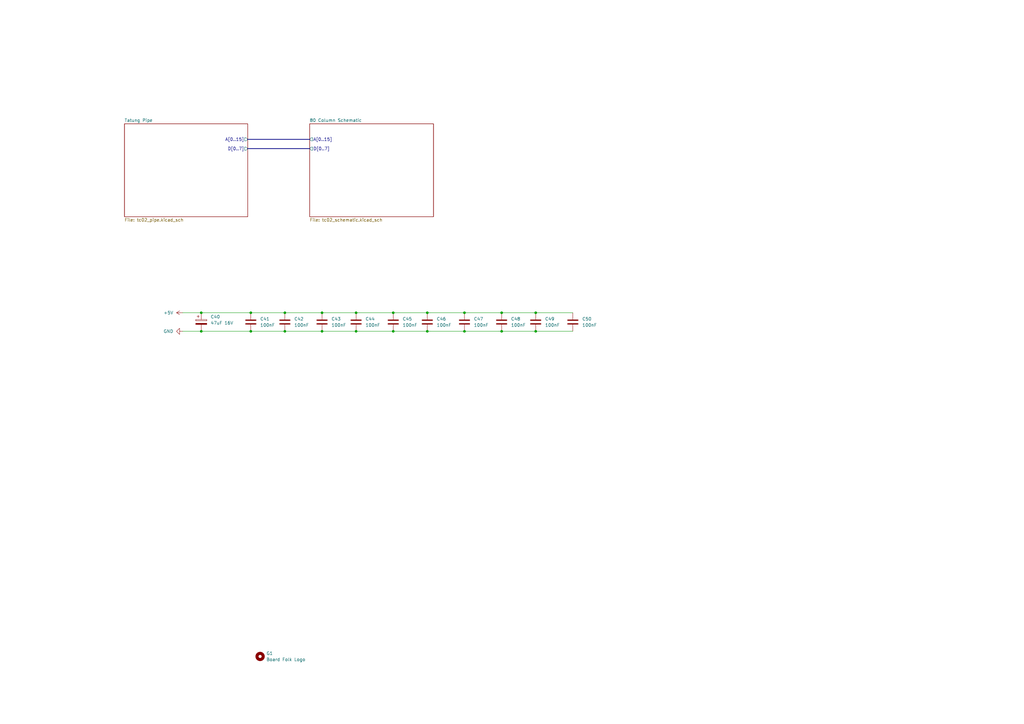
<source format=kicad_sch>
(kicad_sch (version 20250114) (generator "eeschema") (generator_version "9.0")
  (paper "A3")
  (lib_symbols
    (symbol "Device:C" (pin_numbers (hide yes)) (pin_names (offset 0.254))
      (property "Reference" "C" (at 0.635 2.54 0))
      (property "Value" "C" (at 0.635 -2.54 0))
      (symbol "C_0_1"
        (polyline (pts (xy -2.032 0.762) (xy 2.032 0.762)) (stroke (width 0.508)))
        (polyline (pts (xy -2.032 -0.762) (xy 2.032 -0.762)) (stroke (width 0.508)))
      )
      (symbol "C_1_1"
        (pin passive line (at 0 3.81 270) (length 2.794) (name "~") (number "1"))
        (pin passive line (at 0 -3.81 90) (length 2.794) (name "~") (number "2"))
      )
    )
    (symbol "Device:C_Polarized" (pin_numbers (hide yes)) (pin_names (offset 0.254))
      (property "Reference" "C" (at 0.635 2.54 0))
      (property "Value" "C_Polarized" (at 0.635 -2.54 0))
      (symbol "C_Polarized_0_1"
        (rectangle (start -2.286 0.508) (end 2.286 1.016))
        (polyline (pts (xy -1.778 2.286) (xy -0.762 2.286)))
        (polyline (pts (xy -1.27 2.794) (xy -1.27 1.778)))
        (rectangle (start 2.286 -0.508) (end -2.286 -1.016) (fill (type outline)))
      )
      (symbol "C_Polarized_1_1"
        (pin passive line (at 0 3.81 270) (length 2.794) (name "~") (number "1"))
        (pin passive line (at 0 -3.81 90) (length 2.794) (name "~") (number "2"))
      )
    )
    (symbol "Mechanical:MountingHole" (pin_names (offset 1.016)) (exclude_from_sim yes) (in_bom no)
      (property "Reference" "H" (at 0 5.08 0))
      (property "Value" "MountingHole" (at 0 3.175 0))
      (symbol "MountingHole_0_1"
        (circle (center 0 0) (radius 1.27) (stroke (width 1.27)))
      )
    )
    (symbol "power:+5V" (power) (pin_numbers (hide yes)) (pin_names (offset 0) (hide yes))
      (property "Value" "+5V" (at 0 3.556 0))
      (symbol "+5V_0_1"
        (polyline (pts (xy -0.762 1.27) (xy 0 2.54)))
        (polyline (pts (xy 0 2.54) (xy 0.762 1.27)))
        (polyline (pts (xy 0 0) (xy 0 2.54)))
      )
      (symbol "+5V_1_1"
        (pin power_in line (at 0 0 90) (length 0) (name "~") (number "1"))
      )
    )
    (symbol "power:GND" (power) (pin_numbers (hide yes)) (pin_names (offset 0) (hide yes))
      (property "Value" "GND" (at 0 -3.81 0))
      (symbol "GND_0_1"
        (polyline (pts (xy 0 0) (xy 0 -1.27) (xy 1.27 -1.27) (xy 0 -2.54) (xy -1.27 -1.27) (xy 0 -1.27)))
      )
      (symbol "GND_1_1"
        (pin power_in line (at 0 0 270) (length 0) (name "~") (number "1"))
      )
    )
  )
  (junction (at 175.26 135.89))
  (junction (at 82.55 135.89))
  (junction (at 102.87 128.27))
  (junction (at 116.84 128.27))
  (junction (at 102.87 135.89))
  (junction (at 82.55 128.27))
  (junction (at 161.29 128.27))
  (junction (at 116.84 135.89))
  (junction (at 132.08 128.27))
  (junction (at 161.29 135.89))
  (junction (at 219.71 135.89))
  (junction (at 132.08 135.89))
  (junction (at 175.26 128.27))
  (junction (at 219.71 128.27))
  (junction (at 146.05 128.27))
  (junction (at 205.74 135.89))
  (junction (at 190.5 135.89))
  (junction (at 190.5 128.27))
  (junction (at 205.74 128.27))
  (junction (at 146.05 135.89))
  (wire (pts (xy 146.05 135.89) (xy 161.29 135.89)))
  (wire (pts (xy 82.55 128.27) (xy 102.87 128.27)))
  (wire (pts (xy 132.08 128.27) (xy 146.05 128.27)))
  (wire (pts (xy 146.05 128.27) (xy 161.29 128.27)))
  (wire (pts (xy 175.26 128.27) (xy 190.5 128.27)))
  (bus (pts (xy 101.6 60.96) (xy 127 60.96)))
  (bus (pts (xy 101.6 57.15) (xy 127 57.15)))
  (wire (pts (xy 102.87 128.27) (xy 116.84 128.27)))
  (wire (pts (xy 116.84 135.89) (xy 132.08 135.89)))
  (wire (pts (xy 205.74 135.89) (xy 219.71 135.89)))
  (wire (pts (xy 82.55 135.89) (xy 102.87 135.89)))
  (wire (pts (xy 161.29 128.27) (xy 175.26 128.27)))
  (wire (pts (xy 116.84 128.27) (xy 132.08 128.27)))
  (wire (pts (xy 74.93 135.89) (xy 82.55 135.89)))
  (wire (pts (xy 190.5 128.27) (xy 205.74 128.27)))
  (wire (pts (xy 102.87 135.89) (xy 116.84 135.89)))
  (wire (pts (xy 219.71 135.89) (xy 234.95 135.89)))
  (wire (pts (xy 190.5 135.89) (xy 205.74 135.89)))
  (wire (pts (xy 219.71 128.27) (xy 234.95 128.27)))
  (wire (pts (xy 175.26 135.89) (xy 190.5 135.89)))
  (wire (pts (xy 74.93 128.27) (xy 82.55 128.27)))
  (wire (pts (xy 205.74 128.27) (xy 219.71 128.27)))
  (wire (pts (xy 161.29 135.89) (xy 175.26 135.89)))
  (wire (pts (xy 132.08 135.89) (xy 146.05 135.89)))
  (symbol (lib_id "Device:C") (at 146.05 132.08 0) (unit 1)
    (property "Reference" "C44" (at 149.86 130.8099 0) (effects (justify left)))
    (property "Value" "100nF" (at 149.86 133.3499 0) (effects (justify left)))
    (property "Footprint" "Einstein:C_Disc_5.08mm" (effects (hide yes)))
    (property "Description" "Unpolarized capacitor" (effects (hide yes)))
  )
  (symbol (lib_id "Device:C_Polarized") (at 82.55 132.08 0) (unit 1)
    (property "Reference" "C40" (at 86.36 129.9209 0) (effects (justify left)))
    (property "Value" "47uF 16V" (at 86.36 132.4609 0) (effects (justify left)))
    (property "Footprint" "Einstein:Elec_5.08mm - No Box" (effects (hide yes)))
    (property "Description" "Polarized capacitor" (effects (hide yes)))
  )
  (symbol (lib_id "Device:C") (at 190.5 132.08 0) (unit 1)
    (property "Reference" "C47" (at 194.31 130.8099 0) (effects (justify left)))
    (property "Value" "100nF" (at 194.31 133.3499 0) (effects (justify left)))
    (property "Footprint" "Einstein:C_Disc_5.08mm" (effects (hide yes)))
    (property "Description" "Unpolarized capacitor" (effects (hide yes)))
  )
  (symbol (lib_id "Device:C") (at 102.87 132.08 0) (unit 1)
    (property "Reference" "C41" (at 106.68 130.8099 0) (effects (justify left)))
    (property "Value" "100nF" (at 106.68 133.3499 0) (effects (justify left)))
    (property "Footprint" "Einstein:C_Disc_5.08mm" (effects (hide yes)))
    (property "Description" "Unpolarized capacitor" (effects (hide yes)))
  )
  (symbol (lib_id "Device:C") (at 234.95 132.08 0) (unit 1)
    (property "Reference" "C50" (at 238.76 130.8099 0) (effects (justify left)))
    (property "Value" "100nF" (at 238.76 133.3499 0) (effects (justify left)))
    (property "Footprint" "Einstein:C_Disc_5.08mm" (effects (hide yes)))
    (property "Description" "Unpolarized capacitor" (effects (hide yes)))
  )
  (symbol (lib_id "Device:C") (at 175.26 132.08 0) (unit 1)
    (property "Reference" "C46" (at 179.07 130.8099 0) (effects (justify left)))
    (property "Value" "100nF" (at 179.07 133.3499 0) (effects (justify left)))
    (property "Footprint" "Einstein:C_Disc_5.08mm" (effects (hide yes)))
    (property "Description" "Unpolarized capacitor" (effects (hide yes)))
  )
  (symbol (lib_id "power:+5V") (at 74.93 128.27 90) (unit 1)
    (property "Reference" "#PWR057" (effects (hide yes)))
    (property "Value" "+5V" (at 71.12 128.2699 90) (effects (justify left)))
    (property "Description" "Power symbol creates a global label with name \"+5V\"" (effects (hide yes)))
  )
  (symbol (lib_id "Device:C") (at 219.71 132.08 0) (unit 1)
    (property "Reference" "C49" (at 223.52 130.8099 0) (effects (justify left)))
    (property "Value" "100nF" (at 223.52 133.3499 0) (effects (justify left)))
    (property "Footprint" "Einstein:C_Disc_5.08mm" (effects (hide yes)))
    (property "Description" "Unpolarized capacitor" (effects (hide yes)))
  )
  (symbol (lib_id "Device:C") (at 116.84 132.08 0) (unit 1)
    (property "Reference" "C42" (at 120.65 130.8099 0) (effects (justify left)))
    (property "Value" "100nF" (at 120.65 133.3499 0) (effects (justify left)))
    (property "Footprint" "Einstein:C_Disc_5.08mm" (effects (hide yes)))
    (property "Description" "Unpolarized capacitor" (effects (hide yes)))
  )
  (symbol (lib_id "power:GND") (at 74.93 135.89 270) (unit 1)
    (property "Reference" "#PWR058" (effects (hide yes)))
    (property "Value" "GND" (at 71.12 135.8899 90) (effects (justify right)))
    (property "Description" "Power symbol creates a global label with name \"GND\" , ground" (effects (hide yes)))
  )
  (symbol (lib_id "Device:C") (at 132.08 132.08 0) (unit 1)
    (property "Reference" "C43" (at 135.89 130.8099 0) (effects (justify left)))
    (property "Value" "100nF" (at 135.89 133.3499 0) (effects (justify left)))
    (property "Footprint" "Einstein:C_Disc_5.08mm" (effects (hide yes)))
    (property "Description" "Unpolarized capacitor" (effects (hide yes)))
  )
  (symbol (lib_id "Device:C") (at 161.29 132.08 0) (unit 1)
    (property "Reference" "C45" (at 165.1 130.8099 0) (effects (justify left)))
    (property "Value" "100nF" (at 165.1 133.3499 0) (effects (justify left)))
    (property "Footprint" "Einstein:C_Disc_5.08mm" (effects (hide yes)))
    (property "Description" "Unpolarized capacitor" (effects (hide yes)))
  )
  (symbol (lib_id "Mechanical:MountingHole") (at 106.68 269.24 0) (unit 1) (in_bom no)
    (property "Reference" "G1" (at 109.22 267.9699 0) (effects (justify left)))
    (property "Value" "Board Folk Logo" (at 109.22 270.5099 0) (effects (justify left)))
    (property "Footprint" "Einstein:BF12" (effects (hide yes)))
    (property "Description" "Mounting Hole without connection" (effects (hide yes)))
  )
  (symbol (lib_id "Device:C") (at 205.74 132.08 0) (unit 1)
    (property "Reference" "C48" (at 209.55 130.8099 0) (effects (justify left)))
    (property "Value" "100nF" (at 209.55 133.3499 0) (effects (justify left)))
    (property "Footprint" "Einstein:C_Disc_5.08mm" (effects (hide yes)))
    (property "Description" "Unpolarized capacitor" (effects (hide yes)))
  )
  (sheet (at 127 50.8) (size 50.8 38.1) (stroke (width 0.1524))
    (property "Sheetname" "80 Column Schematic" (at 127 50.0884 0) (effects (justify left bottom)))
    (property "Sheetfile" "tc02_schematic.kicad_sch" (at 127 89.4846 0) (effects (justify left top)))
    (pin "A[0..15]" output (at 127 57.15 180))
    (pin "D[0..7]" output (at 127 60.96 180))
  )
  (sheet (at 51.054 50.8) (size 50.546 38.1) (stroke (width 0.1524))
    (property "Sheetname" "Tatung Pipe" (at 51.054 50.0884 0) (effects (justify left bottom)))
    (property "Sheetfile" "tc02_pipe.kicad_sch" (at 51.054 89.4846 0) (effects (justify left top)))
    (pin "A[0..15]" output (at 101.6 57.15 0))
    (pin "D[0..7]" output (at 101.6 60.96 0))
  )
)
</source>
